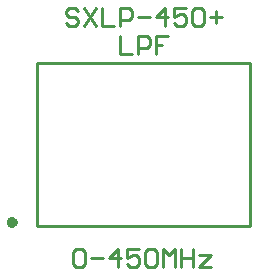
<source format=gto>
G04*
G04 #@! TF.GenerationSoftware,Altium Limited,Altium Designer,24.0.1 (36)*
G04*
G04 Layer_Color=65535*
%FSLAX25Y25*%
%MOIN*%
G70*
G04*
G04 #@! TF.SameCoordinates,547C949A-E5A6-49C9-BC53-363AC5528938*
G04*
G04*
G04 #@! TF.FilePolarity,Positive*
G04*
G01*
G75*
%ADD10C,0.03000*%
%ADD11C,0.01000*%
D10*
X7524Y22898D02*
X6774Y23331D01*
Y22465D01*
X7524Y22898D01*
D11*
X15524Y75898D02*
X86524D01*
Y21398D02*
Y75898D01*
X15524Y21398D02*
X86524D01*
X15524D02*
Y75898D01*
X29188Y93352D02*
X28188Y94352D01*
X26189D01*
X25190Y93352D01*
Y92352D01*
X26189Y91353D01*
X28188D01*
X29188Y90353D01*
Y89353D01*
X28188Y88354D01*
X26189D01*
X25190Y89353D01*
X31188Y94352D02*
X35186Y88354D01*
Y94352D02*
X31188Y88354D01*
X37186Y94352D02*
Y88354D01*
X41184D01*
X43184D02*
Y94352D01*
X46183D01*
X47182Y93352D01*
Y91353D01*
X46183Y90353D01*
X43184D01*
X49182Y91353D02*
X53180D01*
X58179Y88354D02*
Y94352D01*
X55180Y91353D01*
X59179D01*
X65177Y94352D02*
X61178D01*
Y91353D01*
X63177Y92352D01*
X64177D01*
X65177Y91353D01*
Y89353D01*
X64177Y88354D01*
X62177D01*
X61178Y89353D01*
X67176Y93352D02*
X68176Y94352D01*
X70175D01*
X71175Y93352D01*
Y89353D01*
X70175Y88354D01*
X68176D01*
X67176Y89353D01*
Y93352D01*
X73174Y91353D02*
X77173D01*
X75173Y93352D02*
Y89353D01*
X43184Y84754D02*
Y78756D01*
X47182D01*
X49182D02*
Y84754D01*
X52181D01*
X53180Y83754D01*
Y81755D01*
X52181Y80755D01*
X49182D01*
X59179Y84754D02*
X55180D01*
Y81755D01*
X57179D01*
X55180D01*
Y78756D01*
X27575Y12888D02*
X28574Y13888D01*
X30574D01*
X31574Y12888D01*
Y8889D01*
X30574Y7890D01*
X28574D01*
X27575Y8889D01*
Y12888D01*
X33573Y10889D02*
X37572D01*
X42570Y7890D02*
Y13888D01*
X39571Y10889D01*
X43570D01*
X49568Y13888D02*
X45569D01*
Y10889D01*
X47568Y11889D01*
X48568D01*
X49568Y10889D01*
Y8889D01*
X48568Y7890D01*
X46569D01*
X45569Y8889D01*
X51567Y12888D02*
X52567Y13888D01*
X54566D01*
X55566Y12888D01*
Y8889D01*
X54566Y7890D01*
X52567D01*
X51567Y8889D01*
Y12888D01*
X57565Y7890D02*
Y13888D01*
X59564Y11889D01*
X61564Y13888D01*
Y7890D01*
X63563Y13888D02*
Y7890D01*
Y10889D01*
X67562D01*
Y13888D01*
Y7890D01*
X69561Y11889D02*
X73560D01*
X69561Y7890D01*
X73560D01*
M02*

</source>
